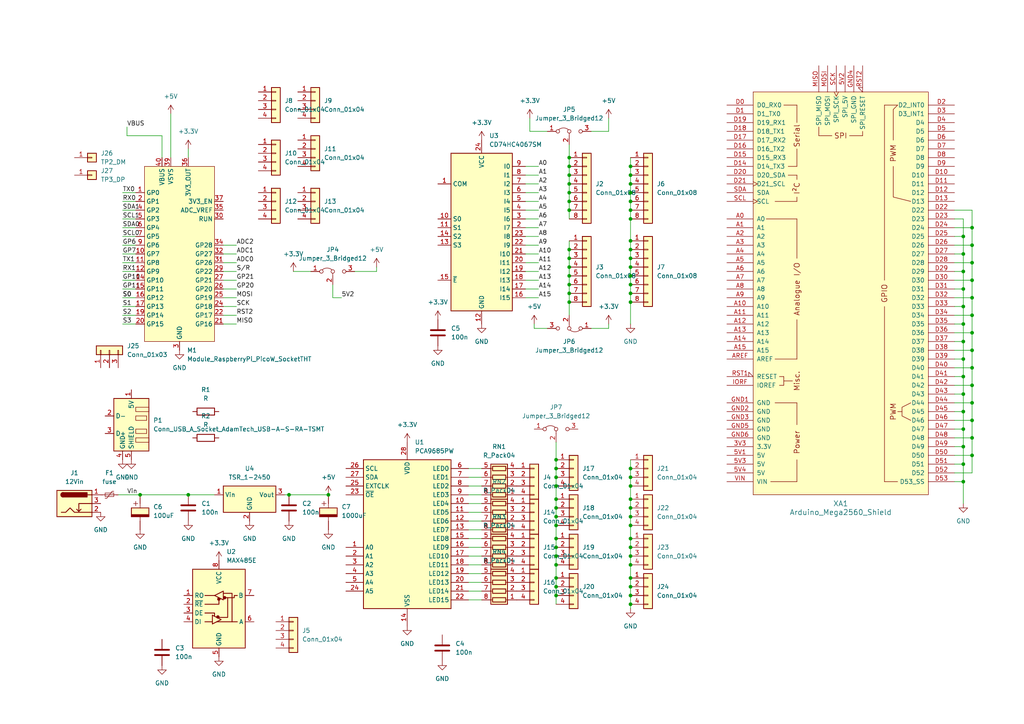
<source format=kicad_sch>
(kicad_sch (version 20230121) (generator eeschema)
  (paper "A4")
  (junction (at 182.88 163.83))
  (junction (at 165.1 74.93))
  (junction (at 279.4 99.06))
  (junction (at 161.29 133.35))
  (junction (at 281.94 96.52))
  (junction (at 182.88 85.09))
  (junction (at 279.4 129.54))
  (junction (at 165.1 87.63))
  (junction (at 182.88 167.64))
  (junction (at 182.88 135.89))
  (junction (at 279.4 124.46))
  (junction (at 161.29 144.78))
  (junction (at 161.29 170.18))
  (junction (at 165.1 77.47))
  (junction (at 161.29 149.86))
  (junction (at 182.88 147.32))
  (junction (at 281.94 121.92))
  (junction (at 161.29 172.72))
  (junction (at 165.1 53.34))
  (junction (at 165.1 85.09))
  (junction (at 182.88 48.26))
  (junction (at 165.1 60.96))
  (junction (at 281.94 127))
  (junction (at 182.88 149.86))
  (junction (at 279.4 104.14))
  (junction (at 281.94 81.28))
  (junction (at 182.88 58.42))
  (junction (at 182.88 172.72))
  (junction (at 161.29 163.83))
  (junction (at 279.4 114.3))
  (junction (at 165.1 55.88))
  (junction (at 83.82 143.51))
  (junction (at 165.1 72.39))
  (junction (at 161.29 156.21))
  (junction (at 279.4 119.38))
  (junction (at 182.88 77.47))
  (junction (at 281.94 116.84))
  (junction (at 161.29 161.29))
  (junction (at 281.94 111.76))
  (junction (at 182.88 152.4))
  (junction (at 165.1 80.01))
  (junction (at 54.61 143.51))
  (junction (at 182.88 158.75))
  (junction (at 161.29 140.97))
  (junction (at 279.4 139.7))
  (junction (at 182.88 55.88))
  (junction (at 182.88 72.39))
  (junction (at 281.94 91.44))
  (junction (at 281.94 106.68))
  (junction (at 161.29 167.64))
  (junction (at 279.4 88.9))
  (junction (at 279.4 134.62))
  (junction (at 182.88 50.8))
  (junction (at 182.88 74.93))
  (junction (at 161.29 135.89))
  (junction (at 161.29 158.75))
  (junction (at 281.94 101.6))
  (junction (at 182.88 63.5))
  (junction (at 182.88 53.34))
  (junction (at 279.4 93.98))
  (junction (at 165.1 82.55))
  (junction (at 279.4 83.82))
  (junction (at 182.88 144.78))
  (junction (at 95.25 143.51))
  (junction (at 161.29 152.4))
  (junction (at 182.88 170.18))
  (junction (at 182.88 140.97))
  (junction (at 279.4 109.22))
  (junction (at 182.88 156.21))
  (junction (at 182.88 138.43))
  (junction (at 182.88 161.29))
  (junction (at 182.88 175.26))
  (junction (at 182.88 80.01))
  (junction (at 165.1 45.72))
  (junction (at 281.94 71.12))
  (junction (at 281.94 76.2))
  (junction (at 161.29 147.32))
  (junction (at 165.1 50.8))
  (junction (at 165.1 48.26))
  (junction (at 279.4 73.66))
  (junction (at 182.88 60.96))
  (junction (at 182.88 87.63))
  (junction (at 279.4 68.58))
  (junction (at 281.94 66.04))
  (junction (at 182.88 69.85))
  (junction (at 281.94 86.36))
  (junction (at 165.1 58.42))
  (junction (at 182.88 82.55))
  (junction (at 279.4 78.74))
  (junction (at 40.64 143.51))
  (junction (at 281.94 132.08))
  (junction (at 161.29 138.43))
  (wire (pts (xy 182.88 161.29) (xy 182.88 163.83)))
  (wire (pts (xy 153.67 38.1) (xy 158.75 38.1)))
  (wire (pts (xy 135.89 135.89) (xy 139.7 135.89)))
  (wire (pts (xy 276.86 66.04) (xy 281.94 66.04)))
  (wire (pts (xy 281.94 132.08) (xy 281.94 137.16)))
  (wire (pts (xy 135.89 148.59) (xy 139.7 148.59)))
  (wire (pts (xy 182.88 58.42) (xy 182.88 60.96)))
  (wire (pts (xy 276.86 121.92) (xy 281.94 121.92)))
  (wire (pts (xy 165.1 45.72) (xy 165.1 48.26)))
  (wire (pts (xy 279.4 119.38) (xy 279.4 124.46)))
  (wire (pts (xy 64.77 83.82) (xy 68.58 83.82)))
  (wire (pts (xy 152.4 68.58) (xy 156.21 68.58)))
  (wire (pts (xy 279.4 124.46) (xy 279.4 129.54)))
  (wire (pts (xy 135.89 140.97) (xy 139.7 140.97)))
  (wire (pts (xy 171.45 95.25) (xy 176.53 95.25)))
  (wire (pts (xy 276.86 73.66) (xy 279.4 73.66)))
  (wire (pts (xy 276.86 71.12) (xy 281.94 71.12)))
  (wire (pts (xy 165.1 69.85) (xy 165.1 72.39)))
  (wire (pts (xy 35.56 63.5) (xy 39.37 63.5)))
  (wire (pts (xy 182.88 163.83) (xy 182.88 167.64)))
  (wire (pts (xy 96.52 82.55) (xy 96.52 86.36)))
  (wire (pts (xy 182.88 144.78) (xy 182.88 147.32)))
  (wire (pts (xy 276.86 99.06) (xy 279.4 99.06)))
  (wire (pts (xy 281.94 111.76) (xy 281.94 116.84)))
  (wire (pts (xy 135.89 173.99) (xy 139.7 173.99)))
  (wire (pts (xy 276.86 109.22) (xy 279.4 109.22)))
  (wire (pts (xy 279.4 129.54) (xy 279.4 134.62)))
  (wire (pts (xy 152.4 50.8) (xy 156.21 50.8)))
  (wire (pts (xy 165.1 82.55) (xy 165.1 85.09)))
  (wire (pts (xy 35.56 55.88) (xy 39.37 55.88)))
  (wire (pts (xy 182.88 53.34) (xy 182.88 55.88)))
  (wire (pts (xy 182.88 72.39) (xy 182.88 74.93)))
  (wire (pts (xy 276.86 96.52) (xy 281.94 96.52)))
  (wire (pts (xy 35.56 68.58) (xy 39.37 68.58)))
  (wire (pts (xy 161.29 156.21) (xy 161.29 158.75)))
  (wire (pts (xy 281.94 71.12) (xy 281.94 76.2)))
  (wire (pts (xy 109.22 77.47) (xy 109.22 78.74)))
  (wire (pts (xy 281.94 81.28) (xy 281.94 86.36)))
  (wire (pts (xy 276.86 129.54) (xy 279.4 129.54)))
  (wire (pts (xy 276.86 111.76) (xy 281.94 111.76)))
  (wire (pts (xy 135.89 146.05) (xy 139.7 146.05)))
  (wire (pts (xy 35.56 71.12) (xy 39.37 71.12)))
  (wire (pts (xy 279.4 109.22) (xy 279.4 114.3)))
  (wire (pts (xy 279.4 88.9) (xy 279.4 93.98)))
  (wire (pts (xy 281.94 91.44) (xy 281.94 96.52)))
  (wire (pts (xy 54.61 143.51) (xy 62.23 143.51)))
  (wire (pts (xy 135.89 138.43) (xy 139.7 138.43)))
  (wire (pts (xy 281.94 101.6) (xy 281.94 106.68)))
  (wire (pts (xy 165.1 50.8) (xy 165.1 53.34)))
  (wire (pts (xy 281.94 96.52) (xy 281.94 101.6)))
  (wire (pts (xy 35.56 86.36) (xy 39.37 86.36)))
  (wire (pts (xy 276.86 132.08) (xy 281.94 132.08)))
  (wire (pts (xy 96.52 86.36) (xy 99.06 86.36)))
  (wire (pts (xy 182.88 77.47) (xy 182.88 80.01)))
  (wire (pts (xy 182.88 149.86) (xy 182.88 152.4)))
  (wire (pts (xy 182.88 74.93) (xy 182.88 77.47)))
  (wire (pts (xy 176.53 95.25) (xy 176.53 93.98)))
  (wire (pts (xy 171.45 38.1) (xy 176.53 38.1)))
  (wire (pts (xy 161.29 152.4) (xy 161.29 156.21)))
  (wire (pts (xy 64.77 78.74) (xy 68.58 78.74)))
  (wire (pts (xy 165.1 74.93) (xy 165.1 77.47)))
  (wire (pts (xy 161.29 172.72) (xy 161.29 175.26)))
  (wire (pts (xy 135.89 163.83) (xy 139.7 163.83)))
  (wire (pts (xy 182.88 87.63) (xy 182.88 93.98)))
  (wire (pts (xy 182.88 152.4) (xy 182.88 156.21)))
  (wire (pts (xy 182.88 175.26) (xy 182.88 176.53)))
  (wire (pts (xy 182.88 167.64) (xy 182.88 170.18)))
  (wire (pts (xy 35.56 73.66) (xy 39.37 73.66)))
  (wire (pts (xy 109.22 78.74) (xy 102.87 78.74)))
  (wire (pts (xy 276.86 88.9) (xy 279.4 88.9)))
  (wire (pts (xy 165.1 72.39) (xy 165.1 74.93)))
  (wire (pts (xy 182.88 133.35) (xy 182.88 135.89)))
  (wire (pts (xy 276.86 101.6) (xy 281.94 101.6)))
  (wire (pts (xy 135.89 166.37) (xy 139.7 166.37)))
  (wire (pts (xy 276.86 134.62) (xy 279.4 134.62)))
  (wire (pts (xy 182.88 80.01) (xy 182.88 82.55)))
  (wire (pts (xy 152.4 86.36) (xy 156.21 86.36)))
  (wire (pts (xy 135.89 158.75) (xy 139.7 158.75)))
  (wire (pts (xy 152.4 76.2) (xy 156.21 76.2)))
  (wire (pts (xy 281.94 106.68) (xy 281.94 111.76)))
  (wire (pts (xy 276.86 60.96) (xy 281.94 60.96)))
  (wire (pts (xy 152.4 71.12) (xy 156.21 71.12)))
  (wire (pts (xy 276.86 86.36) (xy 281.94 86.36)))
  (wire (pts (xy 35.56 66.04) (xy 39.37 66.04)))
  (wire (pts (xy 161.29 135.89) (xy 161.29 138.43)))
  (wire (pts (xy 182.88 55.88) (xy 182.88 58.42)))
  (wire (pts (xy 35.56 58.42) (xy 39.37 58.42)))
  (wire (pts (xy 35.56 91.44) (xy 39.37 91.44)))
  (wire (pts (xy 54.61 43.18) (xy 54.61 45.72)))
  (wire (pts (xy 279.4 104.14) (xy 279.4 109.22)))
  (wire (pts (xy 153.67 34.29) (xy 153.67 38.1)))
  (wire (pts (xy 152.4 48.26) (xy 156.21 48.26)))
  (wire (pts (xy 276.86 104.14) (xy 279.4 104.14)))
  (wire (pts (xy 83.82 143.51) (xy 95.25 143.51)))
  (wire (pts (xy 158.75 95.25) (xy 154.94 95.25)))
  (wire (pts (xy 182.88 138.43) (xy 182.88 140.97)))
  (wire (pts (xy 276.86 68.58) (xy 279.4 68.58)))
  (wire (pts (xy 152.4 73.66) (xy 156.21 73.66)))
  (wire (pts (xy 49.53 33.02) (xy 49.53 45.72)))
  (wire (pts (xy 182.88 172.72) (xy 182.88 175.26)))
  (wire (pts (xy 35.56 78.74) (xy 39.37 78.74)))
  (wire (pts (xy 161.29 140.97) (xy 161.29 144.78)))
  (wire (pts (xy 165.1 85.09) (xy 165.1 87.63)))
  (wire (pts (xy 64.77 88.9) (xy 68.58 88.9)))
  (wire (pts (xy 182.88 147.32) (xy 182.88 149.86)))
  (wire (pts (xy 161.29 161.29) (xy 161.29 163.83)))
  (wire (pts (xy 154.94 93.98) (xy 154.94 95.25)))
  (wire (pts (xy 64.77 86.36) (xy 68.58 86.36)))
  (wire (pts (xy 182.88 50.8) (xy 182.88 53.34)))
  (wire (pts (xy 64.77 81.28) (xy 68.58 81.28)))
  (wire (pts (xy 152.4 53.34) (xy 156.21 53.34)))
  (wire (pts (xy 64.77 91.44) (xy 68.58 91.44)))
  (wire (pts (xy 165.1 58.42) (xy 165.1 60.96)))
  (wire (pts (xy 281.94 116.84) (xy 281.94 121.92)))
  (wire (pts (xy 135.89 156.21) (xy 139.7 156.21)))
  (wire (pts (xy 279.4 83.82) (xy 279.4 88.9)))
  (wire (pts (xy 281.94 127) (xy 281.94 132.08)))
  (wire (pts (xy 85.09 78.74) (xy 90.17 78.74)))
  (wire (pts (xy 276.86 83.82) (xy 279.4 83.82)))
  (wire (pts (xy 161.29 167.64) (xy 161.29 170.18)))
  (wire (pts (xy 279.4 93.98) (xy 279.4 99.06)))
  (wire (pts (xy 276.86 78.74) (xy 279.4 78.74)))
  (wire (pts (xy 135.89 161.29) (xy 139.7 161.29)))
  (wire (pts (xy 152.4 78.74) (xy 156.21 78.74)))
  (wire (pts (xy 279.4 63.5) (xy 279.4 68.58)))
  (wire (pts (xy 281.94 60.96) (xy 281.94 66.04)))
  (wire (pts (xy 182.88 45.72) (xy 182.88 48.26)))
  (wire (pts (xy 152.4 60.96) (xy 156.21 60.96)))
  (wire (pts (xy 135.89 171.45) (xy 139.7 171.45)))
  (wire (pts (xy 182.88 69.85) (xy 182.88 72.39)))
  (wire (pts (xy 82.55 143.51) (xy 83.82 143.51)))
  (wire (pts (xy 182.88 48.26) (xy 182.88 50.8)))
  (wire (pts (xy 161.29 144.78) (xy 161.29 147.32)))
  (wire (pts (xy 152.4 55.88) (xy 156.21 55.88)))
  (wire (pts (xy 276.86 127) (xy 281.94 127)))
  (wire (pts (xy 35.56 83.82) (xy 39.37 83.82)))
  (wire (pts (xy 182.88 82.55) (xy 182.88 85.09)))
  (wire (pts (xy 182.88 140.97) (xy 182.88 144.78)))
  (wire (pts (xy 34.29 143.51) (xy 40.64 143.51)))
  (wire (pts (xy 135.89 143.51) (xy 139.7 143.51)))
  (wire (pts (xy 152.4 81.28) (xy 156.21 81.28)))
  (wire (pts (xy 281.94 76.2) (xy 281.94 81.28)))
  (wire (pts (xy 182.88 135.89) (xy 182.88 138.43)))
  (wire (pts (xy 279.4 68.58) (xy 279.4 73.66)))
  (wire (pts (xy 281.94 66.04) (xy 281.94 71.12)))
  (wire (pts (xy 182.88 170.18) (xy 182.88 172.72)))
  (wire (pts (xy 161.29 158.75) (xy 161.29 161.29)))
  (wire (pts (xy 279.4 114.3) (xy 279.4 119.38)))
  (wire (pts (xy 279.4 78.74) (xy 279.4 83.82)))
  (wire (pts (xy 281.94 121.92) (xy 281.94 127)))
  (wire (pts (xy 276.86 139.7) (xy 279.4 139.7)))
  (wire (pts (xy 35.56 88.9) (xy 39.37 88.9)))
  (wire (pts (xy 35.56 76.2) (xy 39.37 76.2)))
  (wire (pts (xy 35.56 60.96) (xy 39.37 60.96)))
  (wire (pts (xy 135.89 153.67) (xy 139.7 153.67)))
  (wire (pts (xy 161.29 170.18) (xy 161.29 172.72)))
  (wire (pts (xy 281.94 137.16) (xy 276.86 137.16)))
  (wire (pts (xy 276.86 93.98) (xy 279.4 93.98)))
  (wire (pts (xy 165.1 60.96) (xy 165.1 63.5)))
  (wire (pts (xy 281.94 86.36) (xy 281.94 91.44)))
  (wire (pts (xy 165.1 55.88) (xy 165.1 58.42)))
  (wire (pts (xy 161.29 133.35) (xy 161.29 135.89)))
  (wire (pts (xy 276.86 76.2) (xy 281.94 76.2)))
  (wire (pts (xy 165.1 77.47) (xy 165.1 80.01)))
  (wire (pts (xy 36.83 36.83) (xy 36.83 39.37)))
  (wire (pts (xy 152.4 66.04) (xy 156.21 66.04)))
  (wire (pts (xy 165.1 53.34) (xy 165.1 55.88)))
  (wire (pts (xy 35.56 93.98) (xy 39.37 93.98)))
  (wire (pts (xy 46.99 39.37) (xy 36.83 39.37)))
  (wire (pts (xy 276.86 116.84) (xy 281.94 116.84)))
  (wire (pts (xy 161.29 147.32) (xy 161.29 149.86)))
  (wire (pts (xy 64.77 93.98) (xy 68.58 93.98)))
  (wire (pts (xy 182.88 60.96) (xy 182.88 63.5)))
  (wire (pts (xy 64.77 73.66) (xy 68.58 73.66)))
  (wire (pts (xy 276.86 119.38) (xy 279.4 119.38)))
  (wire (pts (xy 279.4 99.06) (xy 279.4 104.14)))
  (wire (pts (xy 135.89 168.91) (xy 139.7 168.91)))
  (wire (pts (xy 276.86 81.28) (xy 281.94 81.28)))
  (wire (pts (xy 165.1 87.63) (xy 165.1 91.44)))
  (wire (pts (xy 182.88 158.75) (xy 182.88 161.29)))
  (wire (pts (xy 165.1 80.01) (xy 165.1 82.55)))
  (wire (pts (xy 165.1 48.26) (xy 165.1 50.8)))
  (wire (pts (xy 276.86 114.3) (xy 279.4 114.3)))
  (wire (pts (xy 276.86 106.68) (xy 281.94 106.68)))
  (wire (pts (xy 279.4 73.66) (xy 279.4 78.74)))
  (wire (pts (xy 161.29 138.43) (xy 161.29 140.97)))
  (wire (pts (xy 161.29 163.83) (xy 161.29 167.64)))
  (wire (pts (xy 64.77 76.2) (xy 68.58 76.2)))
  (wire (pts (xy 152.4 58.42) (xy 156.21 58.42)))
  (wire (pts (xy 182.88 63.5) (xy 182.88 69.85)))
  (wire (pts (xy 46.99 45.72) (xy 46.99 39.37)))
  (wire (pts (xy 161.29 128.27) (xy 161.29 133.35)))
  (wire (pts (xy 35.56 81.28) (xy 39.37 81.28)))
  (wire (pts (xy 279.4 134.62) (xy 279.4 139.7)))
  (wire (pts (xy 161.29 149.86) (xy 161.29 152.4)))
  (wire (pts (xy 279.4 139.7) (xy 279.4 146.05)))
  (wire (pts (xy 182.88 156.21) (xy 182.88 158.75)))
  (wire (pts (xy 64.77 71.12) (xy 68.58 71.12)))
  (wire (pts (xy 135.89 151.13) (xy 139.7 151.13)))
  (wire (pts (xy 176.53 38.1) (xy 176.53 34.29)))
  (wire (pts (xy 276.86 63.5) (xy 279.4 63.5)))
  (wire (pts (xy 182.88 85.09) (xy 182.88 87.63)))
  (wire (pts (xy 276.86 91.44) (xy 281.94 91.44)))
  (wire (pts (xy 152.4 83.82) (xy 156.21 83.82)))
  (wire (pts (xy 165.1 41.91) (xy 165.1 45.72)))
  (wire (pts (xy 40.64 143.51) (xy 54.61 143.51)))
  (wire (pts (xy 276.86 124.46) (xy 279.4 124.46)))
  (wire (pts (xy 152.4 63.5) (xy 156.21 63.5)))
  (label "A4" (at 156.21 58.42 0))
  (label "A9" (at 156.21 71.12 0))
  (label "5V2" (at 99.06 86.36 0))
  (label "A5" (at 156.21 60.96 0))
  (label "A0" (at 156.21 48.26 0))
  (label "RX0" (at 35.56 58.42 0))
  (label "S{slash}R" (at 68.58 78.74 0))
  (label "TX0" (at 35.56 55.88 0))
  (label "A3" (at 156.21 55.88 0))
  (label "A7" (at 156.21 66.04 0))
  (label "ADC0" (at 68.58 76.2 0))
  (label "S2" (at 35.56 91.44 0))
  (label "S0" (at 35.56 86.36 0))
  (label "A11" (at 156.21 76.2 0))
  (label "Vin" (at 36.83 143.51 0))
  (label "RX1" (at 35.56 78.74 0))
  (label "GP11" (at 35.56 83.82 0))
  (label "A1" (at 156.21 50.8 0))
  (label "MOSI" (at 68.58 86.36 0))
  (label "A13" (at 156.21 81.28 0))
  (label "SCL1" (at 35.56 63.5 0))
  (label "A10" (at 156.21 73.66 0))
  (label "A15" (at 156.21 86.36 0))
  (label "TX1" (at 35.56 76.2 0))
  (label "ADC2" (at 68.58 71.12 0))
  (label "SDA0" (at 35.56 66.04 0))
  (label "A6" (at 156.21 63.5 0))
  (label "S0" (at 35.56 86.36 0))
  (label "ADC1" (at 68.58 73.66 0))
  (label "MISO" (at 68.58 93.98 0))
  (label "GP6" (at 35.56 71.12 0))
  (label "GP7" (at 35.56 73.66 0))
  (label "A2" (at 156.21 53.34 0))
  (label "S1" (at 35.56 88.9 0))
  (label "SCK" (at 68.58 88.9 0))
  (label "A12" (at 156.21 78.74 0))
  (label "GP10" (at 35.56 81.28 0))
  (label "A8" (at 156.21 68.58 0))
  (label "GP21" (at 68.58 81.28 0))
  (label "A14" (at 156.21 83.82 0))
  (label "S3" (at 35.56 93.98 0))
  (label "SDA1" (at 35.56 60.96 0))
  (label "GP20" (at 68.58 83.82 0))
  (label "RST2" (at 68.58 91.44 0))
  (label "VBUS" (at 36.83 36.83 0))
  (label "SCL0" (at 35.56 68.58 0))
  (symbol (lib_id "Connector_Generic:Conn_01x04") (at 166.37 147.32 0) (unit 1)
    (property "Reference" "J18" (at 168.91 147.32 0) (effects (justify left)))
    (property "Value" "Conn_01x04" (at 168.91 149.86 0) (effects (justify left)))
  )
  (symbol (lib_id "Connector_Generic:Conn_01x08") (at 170.18 77.47 0) (unit 1)
    (property "Reference" "J3" (at 172.72 77.47 0) (effects (justify left)))
    (property "Value" "Conn_01x08" (at 172.72 80.01 0) (effects (justify left)))
    (property "Footprint" "Connector_PinHeader_2.54mm:PinHeader_1x08_P2.54mm_Vertical" (effects hide))
  )
  (symbol (lib_id "Connector_Generic:Conn_01x04") (at 80.01 58.42 0) (unit 1)
    (property "Reference" "J12" (at 82.55 58.42 0) (effects (justify left)))
    (property "Value" "Conn_01x04" (at 82.55 60.96 0) (effects (justify left)))
  )
  (symbol (lib_id "Device:C") (at 54.61 147.32 0) (unit 1)
    (property "Reference" "C1" (at 58.42 146.05 0) (effects (justify left)))
    (property "Value" "100n" (at 58.42 148.59 0) (effects (justify left)))
  )
  (symbol (lib_id "power:+5V") (at 95.25 143.51 0) (unit 1)
    (property "Reference" "#PWR031" (effects hide))
    (property "Value" "+5V" (at 95.25 138.43 0))
  )
  (symbol (lib_id "power:GND") (at 72.39 151.13 0) (unit 1)
    (property "Reference" "#PWR023" (effects hide))
    (property "Value" "GND" (at 72.39 156.21 0))
  )
  (symbol (lib_id "fab:Module_RaspberryPi_PicoW_SocketTHT") (at 52.07 73.66 0) (unit 1)
    (property "Reference" "M1" (at 54.2641 101.6 0) (effects (justify left)))
    (property "Value" "Module_RaspberryPi_PicoW_SocketTHT" (at 54.2641 104.14 0) (effects (justify left)))
    (property "Footprint" "fab:RaspberryPi_PicoW_SocketTHT" (effects hide))
    (property "Datasheet" "https://datasheets.raspberrypi.com/picow/pico-w-datasheet.pdf" (effects hide))
  )
  (symbol (lib_id "Connector_Generic:Conn_01x04") (at 187.96 158.75 0) (unit 1)
    (property "Reference" "J23" (at 190.5 158.75 0) (effects (justify left)))
    (property "Value" "Conn_01x04" (at 190.5 161.29 0) (effects (justify left)))
  )
  (symbol (lib_id "power:GND") (at 38.1 133.35 0) (unit 1)
    (property "Reference" "#PWR028" (effects hide))
    (property "Value" "GND" (at 38.1 138.43 0))
  )
  (symbol (lib_id "power:+3.3V") (at 63.5 162.56 0) (unit 1)
    (property "Reference" "#PWR017" (effects hide))
    (property "Value" "+3.3V" (at 63.5 157.48 0))
  )
  (symbol (lib_id "74xx:CD74HC4067SM") (at 139.7 66.04 0) (unit 1)
    (property "Reference" "U3" (at 141.8941 39.37 0) (effects (justify left)))
    (property "Value" "CD74HC4067SM" (at 141.8941 41.91 0) (effects (justify left)))
    (property "Footprint" "Package_SO:SSOP-24_5.3x8.2mm_P0.65mm" (effects hide))
    (property "Datasheet" "http://www.ti.com/lit/ds/symlink/cd74hc4067.pdf" (effects hide))
  )
  (symbol (lib_id "Connector_Generic:Conn_01x04") (at 154.94 158.75 0) (unit 1)
    (property "Reference" "J15" (at 157.48 158.75 0) (effects (justify left)))
    (property "Value" "Conn_01x04" (at 157.48 161.29 0) (effects (justify left)))
  )
  (symbol (lib_id "Connector_Generic:Conn_01x08") (at 187.96 77.47 0) (unit 1)
    (property "Reference" "J7" (at 190.5 77.47 0) (effects (justify left)))
    (property "Value" "Conn_01x08" (at 190.5 80.01 0) (effects (justify left)))
    (property "Footprint" "Connector_PinHeader_2.54mm:PinHeader_1x08_P2.54mm_Vertical" (effects hide))
  )
  (symbol (lib_id "Device:C") (at 128.27 187.96 0) (unit 1)
    (property "Reference" "C4" (at 132.08 186.69 0) (effects (justify left)))
    (property "Value" "100n" (at 132.08 189.23 0) (effects (justify left)))
  )
  (symbol (lib_id "Device:R") (at 59.69 127 90) (unit 1)
    (property "Reference" "R2" (at 59.69 120.65 90))
    (property "Value" "R" (at 59.69 123.19 90))
  )
  (symbol (lib_id "Connector_Generic:Conn_01x01") (at 26.67 50.8 0) (unit 1)
    (property "Reference" "J27" (at 29.21 49.53 0) (effects (justify left)))
    (property "Value" "TP3_DP" (at 29.21 52.07 0) (effects (justify left)))
  )
  (symbol (lib_id "Connector_Generic:Conn_01x04") (at 80.01 44.45 0) (unit 1)
    (property "Reference" "J10" (at 82.55 44.45 0) (effects (justify left)))
    (property "Value" "Conn_01x04" (at 82.55 46.99 0) (effects (justify left)))
  )
  (symbol (lib_id "Connector_Generic:Conn_01x04") (at 91.44 29.21 0) (unit 1)
    (property "Reference" "J9" (at 93.98 29.21 0) (effects (justify left)))
    (property "Value" "Conn_01x04" (at 93.98 31.75 0) (effects (justify left)))
  )
  (symbol (lib_id "Connector_Generic:Conn_01x08") (at 170.18 53.34 0) (unit 1)
    (property "Reference" "J2" (at 172.72 53.34 0) (effects (justify left)))
    (property "Value" "Conn_01x08" (at 172.72 55.88 0) (effects (justify left)))
    (property "Footprint" "Connector_PinHeader_2.54mm:PinHeader_1x08_P2.54mm_Vertical" (effects hide))
  )
  (symbol (lib_id "power:GND") (at 63.5 190.5 0) (unit 1)
    (property "Reference" "#PWR018" (effects hide))
    (property "Value" "GND" (at 63.5 195.58 0))
  )
  (symbol (lib_id "power:GND") (at 139.7 93.98 0) (unit 1)
    (property "Reference" "#PWR07" (effects hide))
    (property "Value" "GND" (at 139.7 99.06 0))
  )
  (symbol (lib_id "power:+5V") (at 154.94 93.98 0) (unit 1)
    (property "Reference" "#PWR04" (effects hide))
    (property "Value" "+5V" (at 154.94 88.9 0))
  )
  (symbol (lib_id "power:GND") (at 182.88 93.98 0) (unit 1)
    (property "Reference" "#PWR06" (effects hide))
    (property "Value" "GND" (at 182.88 99.06 0))
  )
  (symbol (lib_id "power:GND") (at 29.21 148.59 0) (unit 1)
    (property "Reference" "#PWR026" (effects hide))
    (property "Value" "GND" (at 29.21 153.67 0))
  )
  (symbol (lib_id "power:+3.3V") (at 153.67 34.29 0) (unit 1)
    (property "Reference" "#PWR02" (effects hide))
    (property "Value" "+3.3V" (at 153.67 29.21 0))
  )
  (symbol (lib_id "Connector_Generic:Conn_01x04") (at 154.94 148.59 0) (unit 1)
    (property "Reference" "J14" (at 157.48 148.59 0) (effects (justify left)))
    (property "Value" "Conn_01x04" (at 157.48 151.13 0) (effects (justify left)))
  )
  (symbol (lib_id "Connector_Generic:Conn_01x04") (at 166.37 170.18 0) (unit 1)
    (property "Reference" "J20" (at 168.91 170.18 0) (effects (justify left)))
    (property "Value" "Conn_01x04" (at 168.91 172.72 0) (effects (justify left)))
  )
  (symbol (lib_id "power:+3.3V") (at 118.11 128.27 0) (unit 1)
    (property "Reference" "#PWR016" (effects hide))
    (property "Value" "+3.3V" (at 118.11 123.19 0))
  )
  (symbol (lib_id "Device:R_Pack04") (at 144.78 148.59 90) (unit 1)
    (property "Reference" "RN2" (at 144.78 139.7 90))
    (property "Value" "R_Pack04" (at 144.78 142.24 90))
  )
  (symbol (lib_id "Connector_Generic:Conn_01x04") (at 166.37 158.75 0) (unit 1)
    (property "Reference" "J19" (at 168.91 158.75 0) (effects (justify left)))
    (property "Value" "Conn_01x04" (at 168.91 161.29 0) (effects (justify left)))
  )
  (symbol (lib_id "power:GND") (at 46.99 193.04 0) (unit 1)
    (property "Reference" "#PWR019" (effects hide))
    (property "Value" "GND" (at 46.99 198.12 0))
  )
  (symbol (lib_id "fab:CP_Elec_D8.0mm") (at 40.64 148.59 0) (unit 1)
    (property "Reference" "C6" (at 44.45 147.0025 0) (effects (justify left)))
    (property "Value" "100uF" (at 44.45 149.5425 0) (effects (justify left)))
    (property "Footprint" "fab:CP_Elec_D8.0mm" (effects hide))
    (property "Datasheet" "https://na.industrial.panasonic.com/file-download/19641" (effects hide))
  )
  (symbol (lib_id "Device:R_Pack04") (at 144.78 138.43 90) (unit 1)
    (property "Reference" "RN1" (at 144.78 129.54 90))
    (property "Value" "R_Pack04" (at 144.78 132.08 90))
  )
  (symbol (lib_id "power:GND") (at 40.64 153.67 0) (unit 1)
    (property "Reference" "#PWR025" (effects hide))
    (property "Value" "GND" (at 40.64 158.75 0))
  )
  (symbol (lib_id "arduino:Arduino_Mega2560_Shield") (at 243.84 85.09 0) (unit 1)
    (property "Reference" "XA1" (at 243.84 146.05 0) (effects (font (size 1.524 1.524))))
    (property "Value" "Arduino_Mega2560_Shield" (at 243.84 148.59 0) (effects (font (size 1.524 1.524))))
    (property "Footprint" "Arduino:Arduino_Mega2560_Shield" (effects hide))
    (property "Datasheet" "https://store.arduino.cc/arduino-mega-2560-rev3" (effects hide))
  )
  (symbol (lib_id "Connector_Generic:Conn_01x08") (at 187.96 53.34 0) (unit 1)
    (property "Reference" "J6" (at 190.5 53.34 0) (effects (justify left)))
    (property "Value" "Conn_01x08" (at 190.5 55.88 0) (effects (justify left)))
    (property "Footprint" "Connector_PinHeader_2.54mm:PinHeader_1x08_P2.54mm_Vertical" (effects hide))
  )
  (symbol (lib_id "Connector_Generic:Conn_01x04") (at 154.94 168.91 0) (unit 1)
    (property "Reference" "J16" (at 157.48 168.91 0) (effects (justify left)))
    (property "Value" "Conn_01x04" (at 157.48 171.45 0) (effects (justify left)))
  )
  (symbol (lib_id "Device:R") (at 59.69 119.38 90) (unit 1)
    (property "Reference" "R1" (at 59.69 113.03 90))
    (property "Value" "R" (at 59.69 115.57 90))
  )
  (symbol (lib_id "Connector_Generic:Conn_01x04") (at 187.96 170.18 0) (unit 1)
    (property "Reference" "J24" (at 190.5 170.18 0) (effects (justify left)))
    (property "Value" "Conn_01x04" (at 190.5 172.72 0) (effects (justify left)))
  )
  (symbol (lib_id "power:GND") (at 54.61 151.13 0) (unit 1)
    (property "Reference" "#PWR021" (effects hide))
    (property "Value" "GND" (at 54.61 156.21 0))
  )
  (symbol (lib_id "power:GND") (at 127 100.33 0) (unit 1)
    (property "Reference" "#PWR08" (effects hide))
    (property "Value" "GND" (at 127 105.41 0))
  )
  (symbol (lib_id "power:GND") (at 35.56 133.35 0) (unit 1)
    (property "Reference" "#PWR027" (effects hide))
    (property "Value" "GND" (at 35.56 138.43 0))
  )
  (symbol (lib_id "power:+5V") (at 49.53 33.02 0) (unit 1)
    (property "Reference" "#PWR029" (effects hide))
    (property "Value" "+5V" (at 49.53 27.94 0))
  )
  (symbol (lib_id "power:GND") (at 95.25 153.67 0) (unit 1)
    (property "Reference" "#PWR024" (effects hide))
    (property "Value" "GND" (at 95.25 158.75 0))
  )
  (symbol (lib_id "Connector_Generic:Conn_01x04") (at 80.01 29.21 0) (unit 1)
    (property "Reference" "J8" (at 82.55 29.21 0) (effects (justify left)))
    (property "Value" "Conn_01x04" (at 82.55 31.75 0) (effects (justify left)))
  )
  (symbol (lib_id "Connector_Generic:Conn_01x04") (at 91.44 43.18 0) (unit 1)
    (property "Reference" "J11" (at 93.98 43.18 0) (effects (justify left)))
    (property "Value" "Conn_01x04" (at 93.98 45.72 0) (effects (justify left)))
  )
  (symbol (lib_id "Jumper:Jumper_3_Bridged12") (at 165.1 95.25 180) (unit 1)
    (property "Reference" "JP6" (at 165.1 99.06 0))
    (property "Value" "Jumper_3_Bridged12" (at 165.1 101.6 0))
  )
  (symbol (lib_id "Driver_LED:PCA9685PW") (at 118.11 153.67 0) (unit 1)
    (property "Reference" "U1" (at 120.3041 128.27 0) (effects (justify left)))
    (property "Value" "PCA9685PW" (at 120.3041 130.81 0) (effects (justify left)))
    (property "Footprint" "Package_SO:TSSOP-28_4.4x9.7mm_P0.65mm" (effects hide))
    (property "Datasheet" "http://www.nxp.com/docs/en/data-sheet/PCA9685.pdf" (effects hide))
  )
  (symbol (lib_id "fab:CP_Elec_D6.3mm_H6.1mm") (at 95.25 148.59 0) (unit 1)
    (property "Reference" "C7" (at 99.06 147.0025 0) (effects (justify left)))
    (property "Value" "1000uF" (at 99.06 149.5425 0) (effects (justify left)))
    (property "Footprint" "fab:CP_Elec_D6.3mm_H6.1mm" (effects hide))
    (property "Datasheet" "https://api.pim.na.industrial.panasonic.com/file_stream/main/fileversion/19782" (effects hide))
  )
  (symbol (lib_id "Jumper:Jumper_3_Bridged12") (at 165.1 38.1 0) (unit 1)
    (property "Reference" "JP5" (at 165.1 31.75 0))
    (property "Value" "Jumper_3_Bridged12" (at 165.1 34.29 0))
  )
  (symbol (lib_id "Jumper:Jumper_3_Bridged12") (at 161.29 124.46 0) (unit 1)
    (property "Reference" "JP7" (at 161.29 118.11 0))
    (property "Value" "Jumper_3_Bridged12" (at 161.29 120.65 0))
  )
  (symbol (lib_id "power:+5V") (at 176.53 34.29 0) (unit 1)
    (property "Reference" "#PWR03" (effects hide))
    (property "Value" "+5V" (at 176.53 29.21 0))
  )
  (symbol (lib_id "Connector_Generic:Conn_01x04") (at 187.96 147.32 0) (unit 1)
    (property "Reference" "J22" (at 190.5 147.32 0) (effects (justify left)))
    (property "Value" "Conn_01x04" (at 190.5 149.86 0) (effects (justify left)))
  )
  (symbol (lib_id "power:GND") (at 83.82 151.13 0) (unit 1)
    (property "Reference" "#PWR022" (effects hide))
    (property "Value" "GND" (at 83.82 156.21 0))
  )
  (symbol (lib_id "power:+3.3V") (at 139.7 40.64 0) (unit 1)
    (property "Reference" "#PWR010" (effects hide))
    (property "Value" "+3.3V" (at 139.7 35.56 0))
  )
  (symbol (lib_id "Connector_Generic:Conn_01x04") (at 187.96 135.89 0) (unit 1)
    (property "Reference" "J21" (at 190.5 135.89 0) (effects (justify left)))
    (property "Value" "Conn_01x04" (at 190.5 138.43 0) (effects (justify left)))
  )
  (symbol (lib_id "Interface_UART:MAX485E") (at 63.5 175.26 0) (unit 1)
    (property "Reference" "U2" (at 65.6941 160.02 0) (effects (justify left)))
    (property "Value" "MAX485E" (at 65.6941 162.56 0) (effects (justify left)))
    (property "Datasheet" "https://datasheets.maximintegrated.com/en/ds/MAX1487E-MAX491E.pdf" (effects hide))
  )
  (symbol (lib_id "Device:C") (at 46.99 189.23 0) (unit 1)
    (property "Reference" "C3" (at 50.8 187.96 0) (effects (justify left)))
    (property "Value" "100n" (at 50.8 190.5 0) (effects (justify left)))
  )
  (symbol (lib_id "Connector_Generic:Conn_01x04") (at 154.94 138.43 0) (unit 1)
    (property "Reference" "J4" (at 157.48 138.43 0) (effects (justify left)))
    (property "Value" "Conn_01x04" (at 157.48 140.97 0) (effects (justify left)))
  )
  (symbol (lib_id "power:GND") (at 52.07 101.6 0) (unit 1)
    (property "Reference" "#PWR030" (effects hide))
    (property "Value" "GND" (at 52.07 106.68 0))
  )
  (symbol (lib_id "Device:Polyfuse_Small") (at 31.75 143.51 90) (unit 1)
    (property "Reference" "F1" (at 31.75 137.16 90))
    (property "Value" "fuse" (at 31.75 139.7 90))
  )
  (symbol (lib_id "Connector_Generic:Conn_01x03") (at 31.75 101.6 90) (unit 1)
    (property "Reference" "J25" (at 36.83 100.33 90) (effects (justify right)))
    (property "Value" "Conn_01x03" (at 36.83 102.87 90) (effects (justify right)))
  )
  (symbol (lib_id "Device:C") (at 83.82 147.32 0) (unit 1)
    (property "Reference" "C2" (at 87.63 146.05 0) (effects (justify left)))
    (property "Value" "100n" (at 87.63 148.59 0) (effects (justify left)))
  )
  (symbol (lib_id "power:GND") (at 128.27 191.77 0) (unit 1)
    (property "Reference" "#PWR020" (effects hide))
    (property "Value" "GND" (at 128.27 196.85 0))
  )
  (symbol (lib_id "Device:R_Pack04") (at 144.78 168.91 90) (unit 1)
    (property "Reference" "RN4" (at 144.78 160.02 90))
    (property "Value" "R_Pack04" (at 144.78 162.56 90))
  )
  (symbol (lib_id "power:+3.3V") (at 127 92.71 0) (unit 1)
    (property "Reference" "#PWR09" (effects hide))
    (property "Value" "+3.3V" (at 127 87.63 0))
  )
  (symbol (lib_id "Connector:Barrel_Jack_Switch") (at 21.59 146.05 0) (unit 1)
    (property "Reference" "J1" (at 21.59 137.16 0))
    (property "Value" "12Vin" (at 21.59 139.7 0))
    (property "Footprint" "Connectors:BARREL_JACK" (effects hide))
  )
  (symbol (lib_id "power:GND") (at 182.88 176.53 0) (unit 1)
    (property "Reference" "#PWR015" (effects hide))
    (property "Value" "GND" (at 182.88 181.61 0))
  )
  (symbol (lib_id "Jumper:Jumper_3_Bridged12") (at 96.52 78.74 0) (unit 1)
    (property "Reference" "JP4" (at 96.52 72.39 0))
    (property "Value" "Jumper_3_Bridged12" (at 96.52 74.93 0))
  )
  (symbol (lib_id "Device:C") (at 127 96.52 0) (unit 1)
    (property "Reference" "C5" (at 130.81 95.25 0) (effects (justify left)))
    (property "Value" "100n" (at 130.81 97.79 0) (effects (justify left)))
  )
  (symbol (lib_id "Connector_Generic:Conn_01x04") (at 91.44 58.42 0) (unit 1)
    (property "Reference" "J13" (at 93.98 58.42 0) (effects (justify left)))
    (property "Value" "Conn_01x04" (at 93.98 60.96 0) (effects (justify left)))
  )
  (symbol (lib_id "power:+5V") (at 109.22 77.47 0) (unit 1)
    (property "Reference" "#PWR012" (effects hide))
    (property "Value" "+5V" (at 109.22 72.39 0))
  )
  (symbol (lib_id "power:GND") (at 279.4 146.05 0) (unit 1)
    (property "Reference" "#PWR01" (effects hide))
    (property "Value" "GND" (at 279.4 151.13 0))
  )
  (symbol (lib_id "power:+3.3V") (at 176.53 93.98 0) (unit 1)
    (property "Reference" "#PWR05" (effects hide))
    (property "Value" "+3.3V" (at 176.53 88.9 0))
  )
  (symbol (lib_id "fab:Conn_USB_A_Socket_AdamTech_USB-A-S-RA-TSMT") (at 38.1 123.19 0) (unit 1)
    (property "Reference" "P1" (at 44.45 121.92 0) (effects (justify left)))
    (property "Value" "Conn_USB_A_Socket_AdamTech_USB-A-S-RA-TSMT" (at 44.45 124.46 0) (effects (justify left)))
    (property "Footprint" "Connector_USB:USB_A_Receptacle_GCT_USB1046" (effects hide))
    (property "Datasheet" "https://app.adam-tech.com/products/download/data_sheet/195862/usb-a-s-ra-tsmt-data-sheet.pdf" (effects hide))
  )
  (symbol (lib_id "Device:R_Pack04") (at 144.78 158.75 90) (unit 1)
    (property "Reference" "RN3" (at 144.78 149.86 90))
    (property "Value" "R_Pack04" (at 144.78 152.4 90))
  )
  (symbol (lib_id "Regulator_Switching:TSR_1-2450") (at 72.39 146.05 0) (unit 1)
    (property "Reference" "U4" (at 72.39 135.89 0))
    (property "Value" "TSR_1-2450" (at 72.39 138.43 0))
    (property "Footprint" "Converter_DCDC:Converter_DCDC_TRACO_TSR-1_THT" (effects hide))
    (property "Datasheet" "http://www.tracopower.com/products/tsr1.pdf" (effects hide))
  )
  (symbol (lib_id "power:GND") (at 118.11 181.61 0) (unit 1)
    (property "Reference" "#PWR014" (effects hide))
    (property "Value" "GND" (at 118.11 186.69 0))
  )
  (symbol (lib_id "power:+3.3V") (at 85.09 78.74 0) (unit 1)
    (property "Reference" "#PWR011" (effects hide))
    (property "Value" "+3.3V" (at 85.09 73.66 0))
  )
  (symbol (lib_id "Connector_Generic:Conn_01x04") (at 166.37 135.89 0) (unit 1)
    (property "Reference" "J17" (at 168.91 135.89 0) (effects (justify left)))
    (property "Value" "Conn_01x04" (at 168.91 138.43 0) (effects (justify left)))
  )
  (symbol (lib_id "Connector_Generic:Conn_01x01") (at 26.67 45.72 0) (unit 1)
    (property "Reference" "J26" (at 29.21 44.45 0) (effects (justify left)))
    (property "Value" "TP2_DM" (at 29.21 46.99 0) (effects (justify left)))
  )
  (symbol (lib_id "power:+3.3V") (at 54.61 43.18 0) (unit 1)
    (property "Reference" "#PWR013" (effects hide))
    (property "Value" "+3.3V" (at 54.61 38.1 0))
  )
  (symbol (lib_id "Connector_Generic:Conn_01x04") (at 85.09 182.88 0) (unit 1)
    (property "Reference" "J5" (at 87.63 182.88 0) (effects (justify left)))
    (property "Value" "Conn_01x04" (at 87.63 185.42 0) (effects (justify left)))
  )
)
</source>
